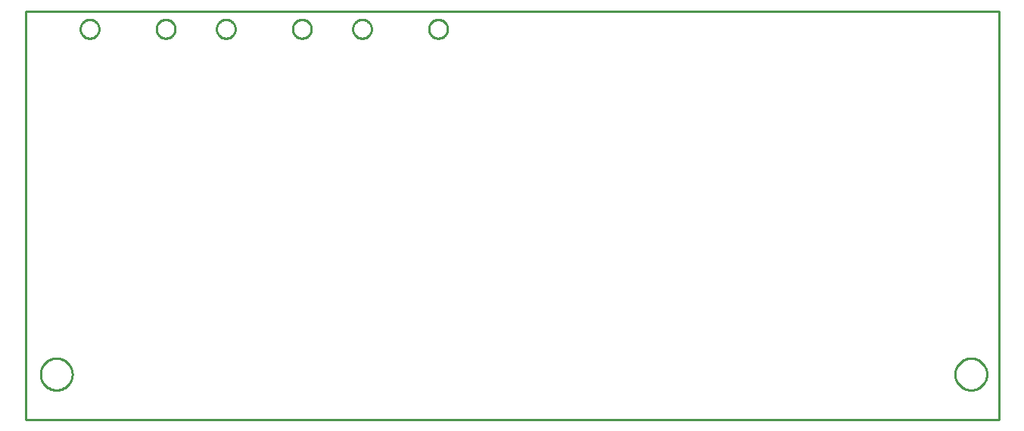
<source format=gko>
G04 EAGLE Gerber RS-274X export*
G75*
%MOMM*%
%FSLAX34Y34*%
%LPD*%
%INBoard Outline*%
%IPPOS*%
%AMOC8*
5,1,8,0,0,1.08239X$1,22.5*%
G01*
%ADD10C,0.000000*%
%ADD11C,0.254000*%


D10*
X0Y0D02*
X1088900Y0D01*
X1088900Y457100D01*
X0Y457100D01*
X0Y0D01*
X451100Y437400D02*
X451103Y437658D01*
X451113Y437915D01*
X451128Y438172D01*
X451151Y438429D01*
X451179Y438685D01*
X451214Y438941D01*
X451255Y439195D01*
X451302Y439448D01*
X451355Y439701D01*
X451415Y439951D01*
X451480Y440200D01*
X451552Y440448D01*
X451630Y440694D01*
X451714Y440937D01*
X451804Y441179D01*
X451899Y441418D01*
X452001Y441655D01*
X452108Y441889D01*
X452221Y442121D01*
X452340Y442350D01*
X452464Y442575D01*
X452594Y442798D01*
X452729Y443017D01*
X452870Y443233D01*
X453015Y443446D01*
X453166Y443655D01*
X453322Y443860D01*
X453483Y444061D01*
X453649Y444258D01*
X453820Y444451D01*
X453995Y444640D01*
X454175Y444825D01*
X454360Y445005D01*
X454549Y445180D01*
X454742Y445351D01*
X454939Y445517D01*
X455140Y445678D01*
X455345Y445834D01*
X455554Y445985D01*
X455767Y446130D01*
X455983Y446271D01*
X456202Y446406D01*
X456425Y446536D01*
X456650Y446660D01*
X456879Y446779D01*
X457111Y446892D01*
X457345Y446999D01*
X457582Y447101D01*
X457821Y447196D01*
X458063Y447286D01*
X458306Y447370D01*
X458552Y447448D01*
X458800Y447520D01*
X459049Y447585D01*
X459299Y447645D01*
X459552Y447698D01*
X459805Y447745D01*
X460059Y447786D01*
X460315Y447821D01*
X460571Y447849D01*
X460828Y447872D01*
X461085Y447887D01*
X461342Y447897D01*
X461600Y447900D01*
X461858Y447897D01*
X462115Y447887D01*
X462372Y447872D01*
X462629Y447849D01*
X462885Y447821D01*
X463141Y447786D01*
X463395Y447745D01*
X463648Y447698D01*
X463901Y447645D01*
X464151Y447585D01*
X464400Y447520D01*
X464648Y447448D01*
X464894Y447370D01*
X465137Y447286D01*
X465379Y447196D01*
X465618Y447101D01*
X465855Y446999D01*
X466089Y446892D01*
X466321Y446779D01*
X466550Y446660D01*
X466775Y446536D01*
X466998Y446406D01*
X467217Y446271D01*
X467433Y446130D01*
X467646Y445985D01*
X467855Y445834D01*
X468060Y445678D01*
X468261Y445517D01*
X468458Y445351D01*
X468651Y445180D01*
X468840Y445005D01*
X469025Y444825D01*
X469205Y444640D01*
X469380Y444451D01*
X469551Y444258D01*
X469717Y444061D01*
X469878Y443860D01*
X470034Y443655D01*
X470185Y443446D01*
X470330Y443233D01*
X470471Y443017D01*
X470606Y442798D01*
X470736Y442575D01*
X470860Y442350D01*
X470979Y442121D01*
X471092Y441889D01*
X471199Y441655D01*
X471301Y441418D01*
X471396Y441179D01*
X471486Y440937D01*
X471570Y440694D01*
X471648Y440448D01*
X471720Y440200D01*
X471785Y439951D01*
X471845Y439701D01*
X471898Y439448D01*
X471945Y439195D01*
X471986Y438941D01*
X472021Y438685D01*
X472049Y438429D01*
X472072Y438172D01*
X472087Y437915D01*
X472097Y437658D01*
X472100Y437400D01*
X472097Y437142D01*
X472087Y436885D01*
X472072Y436628D01*
X472049Y436371D01*
X472021Y436115D01*
X471986Y435859D01*
X471945Y435605D01*
X471898Y435352D01*
X471845Y435099D01*
X471785Y434849D01*
X471720Y434600D01*
X471648Y434352D01*
X471570Y434106D01*
X471486Y433863D01*
X471396Y433621D01*
X471301Y433382D01*
X471199Y433145D01*
X471092Y432911D01*
X470979Y432679D01*
X470860Y432450D01*
X470736Y432225D01*
X470606Y432002D01*
X470471Y431783D01*
X470330Y431567D01*
X470185Y431354D01*
X470034Y431145D01*
X469878Y430940D01*
X469717Y430739D01*
X469551Y430542D01*
X469380Y430349D01*
X469205Y430160D01*
X469025Y429975D01*
X468840Y429795D01*
X468651Y429620D01*
X468458Y429449D01*
X468261Y429283D01*
X468060Y429122D01*
X467855Y428966D01*
X467646Y428815D01*
X467433Y428670D01*
X467217Y428529D01*
X466998Y428394D01*
X466775Y428264D01*
X466550Y428140D01*
X466321Y428021D01*
X466089Y427908D01*
X465855Y427801D01*
X465618Y427699D01*
X465379Y427604D01*
X465137Y427514D01*
X464894Y427430D01*
X464648Y427352D01*
X464400Y427280D01*
X464151Y427215D01*
X463901Y427155D01*
X463648Y427102D01*
X463395Y427055D01*
X463141Y427014D01*
X462885Y426979D01*
X462629Y426951D01*
X462372Y426928D01*
X462115Y426913D01*
X461858Y426903D01*
X461600Y426900D01*
X461342Y426903D01*
X461085Y426913D01*
X460828Y426928D01*
X460571Y426951D01*
X460315Y426979D01*
X460059Y427014D01*
X459805Y427055D01*
X459552Y427102D01*
X459299Y427155D01*
X459049Y427215D01*
X458800Y427280D01*
X458552Y427352D01*
X458306Y427430D01*
X458063Y427514D01*
X457821Y427604D01*
X457582Y427699D01*
X457345Y427801D01*
X457111Y427908D01*
X456879Y428021D01*
X456650Y428140D01*
X456425Y428264D01*
X456202Y428394D01*
X455983Y428529D01*
X455767Y428670D01*
X455554Y428815D01*
X455345Y428966D01*
X455140Y429122D01*
X454939Y429283D01*
X454742Y429449D01*
X454549Y429620D01*
X454360Y429795D01*
X454175Y429975D01*
X453995Y430160D01*
X453820Y430349D01*
X453649Y430542D01*
X453483Y430739D01*
X453322Y430940D01*
X453166Y431145D01*
X453015Y431354D01*
X452870Y431567D01*
X452729Y431783D01*
X452594Y432002D01*
X452464Y432225D01*
X452340Y432450D01*
X452221Y432679D01*
X452108Y432911D01*
X452001Y433145D01*
X451899Y433382D01*
X451804Y433621D01*
X451714Y433863D01*
X451630Y434106D01*
X451552Y434352D01*
X451480Y434600D01*
X451415Y434849D01*
X451355Y435099D01*
X451302Y435352D01*
X451255Y435605D01*
X451214Y435859D01*
X451179Y436115D01*
X451151Y436371D01*
X451128Y436628D01*
X451113Y436885D01*
X451103Y437142D01*
X451100Y437400D01*
X366100Y437400D02*
X366103Y437658D01*
X366113Y437915D01*
X366128Y438172D01*
X366151Y438429D01*
X366179Y438685D01*
X366214Y438941D01*
X366255Y439195D01*
X366302Y439448D01*
X366355Y439701D01*
X366415Y439951D01*
X366480Y440200D01*
X366552Y440448D01*
X366630Y440694D01*
X366714Y440937D01*
X366804Y441179D01*
X366899Y441418D01*
X367001Y441655D01*
X367108Y441889D01*
X367221Y442121D01*
X367340Y442350D01*
X367464Y442575D01*
X367594Y442798D01*
X367729Y443017D01*
X367870Y443233D01*
X368015Y443446D01*
X368166Y443655D01*
X368322Y443860D01*
X368483Y444061D01*
X368649Y444258D01*
X368820Y444451D01*
X368995Y444640D01*
X369175Y444825D01*
X369360Y445005D01*
X369549Y445180D01*
X369742Y445351D01*
X369939Y445517D01*
X370140Y445678D01*
X370345Y445834D01*
X370554Y445985D01*
X370767Y446130D01*
X370983Y446271D01*
X371202Y446406D01*
X371425Y446536D01*
X371650Y446660D01*
X371879Y446779D01*
X372111Y446892D01*
X372345Y446999D01*
X372582Y447101D01*
X372821Y447196D01*
X373063Y447286D01*
X373306Y447370D01*
X373552Y447448D01*
X373800Y447520D01*
X374049Y447585D01*
X374299Y447645D01*
X374552Y447698D01*
X374805Y447745D01*
X375059Y447786D01*
X375315Y447821D01*
X375571Y447849D01*
X375828Y447872D01*
X376085Y447887D01*
X376342Y447897D01*
X376600Y447900D01*
X376858Y447897D01*
X377115Y447887D01*
X377372Y447872D01*
X377629Y447849D01*
X377885Y447821D01*
X378141Y447786D01*
X378395Y447745D01*
X378648Y447698D01*
X378901Y447645D01*
X379151Y447585D01*
X379400Y447520D01*
X379648Y447448D01*
X379894Y447370D01*
X380137Y447286D01*
X380379Y447196D01*
X380618Y447101D01*
X380855Y446999D01*
X381089Y446892D01*
X381321Y446779D01*
X381550Y446660D01*
X381775Y446536D01*
X381998Y446406D01*
X382217Y446271D01*
X382433Y446130D01*
X382646Y445985D01*
X382855Y445834D01*
X383060Y445678D01*
X383261Y445517D01*
X383458Y445351D01*
X383651Y445180D01*
X383840Y445005D01*
X384025Y444825D01*
X384205Y444640D01*
X384380Y444451D01*
X384551Y444258D01*
X384717Y444061D01*
X384878Y443860D01*
X385034Y443655D01*
X385185Y443446D01*
X385330Y443233D01*
X385471Y443017D01*
X385606Y442798D01*
X385736Y442575D01*
X385860Y442350D01*
X385979Y442121D01*
X386092Y441889D01*
X386199Y441655D01*
X386301Y441418D01*
X386396Y441179D01*
X386486Y440937D01*
X386570Y440694D01*
X386648Y440448D01*
X386720Y440200D01*
X386785Y439951D01*
X386845Y439701D01*
X386898Y439448D01*
X386945Y439195D01*
X386986Y438941D01*
X387021Y438685D01*
X387049Y438429D01*
X387072Y438172D01*
X387087Y437915D01*
X387097Y437658D01*
X387100Y437400D01*
X387097Y437142D01*
X387087Y436885D01*
X387072Y436628D01*
X387049Y436371D01*
X387021Y436115D01*
X386986Y435859D01*
X386945Y435605D01*
X386898Y435352D01*
X386845Y435099D01*
X386785Y434849D01*
X386720Y434600D01*
X386648Y434352D01*
X386570Y434106D01*
X386486Y433863D01*
X386396Y433621D01*
X386301Y433382D01*
X386199Y433145D01*
X386092Y432911D01*
X385979Y432679D01*
X385860Y432450D01*
X385736Y432225D01*
X385606Y432002D01*
X385471Y431783D01*
X385330Y431567D01*
X385185Y431354D01*
X385034Y431145D01*
X384878Y430940D01*
X384717Y430739D01*
X384551Y430542D01*
X384380Y430349D01*
X384205Y430160D01*
X384025Y429975D01*
X383840Y429795D01*
X383651Y429620D01*
X383458Y429449D01*
X383261Y429283D01*
X383060Y429122D01*
X382855Y428966D01*
X382646Y428815D01*
X382433Y428670D01*
X382217Y428529D01*
X381998Y428394D01*
X381775Y428264D01*
X381550Y428140D01*
X381321Y428021D01*
X381089Y427908D01*
X380855Y427801D01*
X380618Y427699D01*
X380379Y427604D01*
X380137Y427514D01*
X379894Y427430D01*
X379648Y427352D01*
X379400Y427280D01*
X379151Y427215D01*
X378901Y427155D01*
X378648Y427102D01*
X378395Y427055D01*
X378141Y427014D01*
X377885Y426979D01*
X377629Y426951D01*
X377372Y426928D01*
X377115Y426913D01*
X376858Y426903D01*
X376600Y426900D01*
X376342Y426903D01*
X376085Y426913D01*
X375828Y426928D01*
X375571Y426951D01*
X375315Y426979D01*
X375059Y427014D01*
X374805Y427055D01*
X374552Y427102D01*
X374299Y427155D01*
X374049Y427215D01*
X373800Y427280D01*
X373552Y427352D01*
X373306Y427430D01*
X373063Y427514D01*
X372821Y427604D01*
X372582Y427699D01*
X372345Y427801D01*
X372111Y427908D01*
X371879Y428021D01*
X371650Y428140D01*
X371425Y428264D01*
X371202Y428394D01*
X370983Y428529D01*
X370767Y428670D01*
X370554Y428815D01*
X370345Y428966D01*
X370140Y429122D01*
X369939Y429283D01*
X369742Y429449D01*
X369549Y429620D01*
X369360Y429795D01*
X369175Y429975D01*
X368995Y430160D01*
X368820Y430349D01*
X368649Y430542D01*
X368483Y430739D01*
X368322Y430940D01*
X368166Y431145D01*
X368015Y431354D01*
X367870Y431567D01*
X367729Y431783D01*
X367594Y432002D01*
X367464Y432225D01*
X367340Y432450D01*
X367221Y432679D01*
X367108Y432911D01*
X367001Y433145D01*
X366899Y433382D01*
X366804Y433621D01*
X366714Y433863D01*
X366630Y434106D01*
X366552Y434352D01*
X366480Y434600D01*
X366415Y434849D01*
X366355Y435099D01*
X366302Y435352D01*
X366255Y435605D01*
X366214Y435859D01*
X366179Y436115D01*
X366151Y436371D01*
X366128Y436628D01*
X366113Y436885D01*
X366103Y437142D01*
X366100Y437400D01*
X298700Y437400D02*
X298703Y437658D01*
X298713Y437915D01*
X298728Y438172D01*
X298751Y438429D01*
X298779Y438685D01*
X298814Y438941D01*
X298855Y439195D01*
X298902Y439448D01*
X298955Y439701D01*
X299015Y439951D01*
X299080Y440200D01*
X299152Y440448D01*
X299230Y440694D01*
X299314Y440937D01*
X299404Y441179D01*
X299499Y441418D01*
X299601Y441655D01*
X299708Y441889D01*
X299821Y442121D01*
X299940Y442350D01*
X300064Y442575D01*
X300194Y442798D01*
X300329Y443017D01*
X300470Y443233D01*
X300615Y443446D01*
X300766Y443655D01*
X300922Y443860D01*
X301083Y444061D01*
X301249Y444258D01*
X301420Y444451D01*
X301595Y444640D01*
X301775Y444825D01*
X301960Y445005D01*
X302149Y445180D01*
X302342Y445351D01*
X302539Y445517D01*
X302740Y445678D01*
X302945Y445834D01*
X303154Y445985D01*
X303367Y446130D01*
X303583Y446271D01*
X303802Y446406D01*
X304025Y446536D01*
X304250Y446660D01*
X304479Y446779D01*
X304711Y446892D01*
X304945Y446999D01*
X305182Y447101D01*
X305421Y447196D01*
X305663Y447286D01*
X305906Y447370D01*
X306152Y447448D01*
X306400Y447520D01*
X306649Y447585D01*
X306899Y447645D01*
X307152Y447698D01*
X307405Y447745D01*
X307659Y447786D01*
X307915Y447821D01*
X308171Y447849D01*
X308428Y447872D01*
X308685Y447887D01*
X308942Y447897D01*
X309200Y447900D01*
X309458Y447897D01*
X309715Y447887D01*
X309972Y447872D01*
X310229Y447849D01*
X310485Y447821D01*
X310741Y447786D01*
X310995Y447745D01*
X311248Y447698D01*
X311501Y447645D01*
X311751Y447585D01*
X312000Y447520D01*
X312248Y447448D01*
X312494Y447370D01*
X312737Y447286D01*
X312979Y447196D01*
X313218Y447101D01*
X313455Y446999D01*
X313689Y446892D01*
X313921Y446779D01*
X314150Y446660D01*
X314375Y446536D01*
X314598Y446406D01*
X314817Y446271D01*
X315033Y446130D01*
X315246Y445985D01*
X315455Y445834D01*
X315660Y445678D01*
X315861Y445517D01*
X316058Y445351D01*
X316251Y445180D01*
X316440Y445005D01*
X316625Y444825D01*
X316805Y444640D01*
X316980Y444451D01*
X317151Y444258D01*
X317317Y444061D01*
X317478Y443860D01*
X317634Y443655D01*
X317785Y443446D01*
X317930Y443233D01*
X318071Y443017D01*
X318206Y442798D01*
X318336Y442575D01*
X318460Y442350D01*
X318579Y442121D01*
X318692Y441889D01*
X318799Y441655D01*
X318901Y441418D01*
X318996Y441179D01*
X319086Y440937D01*
X319170Y440694D01*
X319248Y440448D01*
X319320Y440200D01*
X319385Y439951D01*
X319445Y439701D01*
X319498Y439448D01*
X319545Y439195D01*
X319586Y438941D01*
X319621Y438685D01*
X319649Y438429D01*
X319672Y438172D01*
X319687Y437915D01*
X319697Y437658D01*
X319700Y437400D01*
X319697Y437142D01*
X319687Y436885D01*
X319672Y436628D01*
X319649Y436371D01*
X319621Y436115D01*
X319586Y435859D01*
X319545Y435605D01*
X319498Y435352D01*
X319445Y435099D01*
X319385Y434849D01*
X319320Y434600D01*
X319248Y434352D01*
X319170Y434106D01*
X319086Y433863D01*
X318996Y433621D01*
X318901Y433382D01*
X318799Y433145D01*
X318692Y432911D01*
X318579Y432679D01*
X318460Y432450D01*
X318336Y432225D01*
X318206Y432002D01*
X318071Y431783D01*
X317930Y431567D01*
X317785Y431354D01*
X317634Y431145D01*
X317478Y430940D01*
X317317Y430739D01*
X317151Y430542D01*
X316980Y430349D01*
X316805Y430160D01*
X316625Y429975D01*
X316440Y429795D01*
X316251Y429620D01*
X316058Y429449D01*
X315861Y429283D01*
X315660Y429122D01*
X315455Y428966D01*
X315246Y428815D01*
X315033Y428670D01*
X314817Y428529D01*
X314598Y428394D01*
X314375Y428264D01*
X314150Y428140D01*
X313921Y428021D01*
X313689Y427908D01*
X313455Y427801D01*
X313218Y427699D01*
X312979Y427604D01*
X312737Y427514D01*
X312494Y427430D01*
X312248Y427352D01*
X312000Y427280D01*
X311751Y427215D01*
X311501Y427155D01*
X311248Y427102D01*
X310995Y427055D01*
X310741Y427014D01*
X310485Y426979D01*
X310229Y426951D01*
X309972Y426928D01*
X309715Y426913D01*
X309458Y426903D01*
X309200Y426900D01*
X308942Y426903D01*
X308685Y426913D01*
X308428Y426928D01*
X308171Y426951D01*
X307915Y426979D01*
X307659Y427014D01*
X307405Y427055D01*
X307152Y427102D01*
X306899Y427155D01*
X306649Y427215D01*
X306400Y427280D01*
X306152Y427352D01*
X305906Y427430D01*
X305663Y427514D01*
X305421Y427604D01*
X305182Y427699D01*
X304945Y427801D01*
X304711Y427908D01*
X304479Y428021D01*
X304250Y428140D01*
X304025Y428264D01*
X303802Y428394D01*
X303583Y428529D01*
X303367Y428670D01*
X303154Y428815D01*
X302945Y428966D01*
X302740Y429122D01*
X302539Y429283D01*
X302342Y429449D01*
X302149Y429620D01*
X301960Y429795D01*
X301775Y429975D01*
X301595Y430160D01*
X301420Y430349D01*
X301249Y430542D01*
X301083Y430739D01*
X300922Y430940D01*
X300766Y431145D01*
X300615Y431354D01*
X300470Y431567D01*
X300329Y431783D01*
X300194Y432002D01*
X300064Y432225D01*
X299940Y432450D01*
X299821Y432679D01*
X299708Y432911D01*
X299601Y433145D01*
X299499Y433382D01*
X299404Y433621D01*
X299314Y433863D01*
X299230Y434106D01*
X299152Y434352D01*
X299080Y434600D01*
X299015Y434849D01*
X298955Y435099D01*
X298902Y435352D01*
X298855Y435605D01*
X298814Y435859D01*
X298779Y436115D01*
X298751Y436371D01*
X298728Y436628D01*
X298713Y436885D01*
X298703Y437142D01*
X298700Y437400D01*
X213700Y437400D02*
X213703Y437658D01*
X213713Y437915D01*
X213728Y438172D01*
X213751Y438429D01*
X213779Y438685D01*
X213814Y438941D01*
X213855Y439195D01*
X213902Y439448D01*
X213955Y439701D01*
X214015Y439951D01*
X214080Y440200D01*
X214152Y440448D01*
X214230Y440694D01*
X214314Y440937D01*
X214404Y441179D01*
X214499Y441418D01*
X214601Y441655D01*
X214708Y441889D01*
X214821Y442121D01*
X214940Y442350D01*
X215064Y442575D01*
X215194Y442798D01*
X215329Y443017D01*
X215470Y443233D01*
X215615Y443446D01*
X215766Y443655D01*
X215922Y443860D01*
X216083Y444061D01*
X216249Y444258D01*
X216420Y444451D01*
X216595Y444640D01*
X216775Y444825D01*
X216960Y445005D01*
X217149Y445180D01*
X217342Y445351D01*
X217539Y445517D01*
X217740Y445678D01*
X217945Y445834D01*
X218154Y445985D01*
X218367Y446130D01*
X218583Y446271D01*
X218802Y446406D01*
X219025Y446536D01*
X219250Y446660D01*
X219479Y446779D01*
X219711Y446892D01*
X219945Y446999D01*
X220182Y447101D01*
X220421Y447196D01*
X220663Y447286D01*
X220906Y447370D01*
X221152Y447448D01*
X221400Y447520D01*
X221649Y447585D01*
X221899Y447645D01*
X222152Y447698D01*
X222405Y447745D01*
X222659Y447786D01*
X222915Y447821D01*
X223171Y447849D01*
X223428Y447872D01*
X223685Y447887D01*
X223942Y447897D01*
X224200Y447900D01*
X224458Y447897D01*
X224715Y447887D01*
X224972Y447872D01*
X225229Y447849D01*
X225485Y447821D01*
X225741Y447786D01*
X225995Y447745D01*
X226248Y447698D01*
X226501Y447645D01*
X226751Y447585D01*
X227000Y447520D01*
X227248Y447448D01*
X227494Y447370D01*
X227737Y447286D01*
X227979Y447196D01*
X228218Y447101D01*
X228455Y446999D01*
X228689Y446892D01*
X228921Y446779D01*
X229150Y446660D01*
X229375Y446536D01*
X229598Y446406D01*
X229817Y446271D01*
X230033Y446130D01*
X230246Y445985D01*
X230455Y445834D01*
X230660Y445678D01*
X230861Y445517D01*
X231058Y445351D01*
X231251Y445180D01*
X231440Y445005D01*
X231625Y444825D01*
X231805Y444640D01*
X231980Y444451D01*
X232151Y444258D01*
X232317Y444061D01*
X232478Y443860D01*
X232634Y443655D01*
X232785Y443446D01*
X232930Y443233D01*
X233071Y443017D01*
X233206Y442798D01*
X233336Y442575D01*
X233460Y442350D01*
X233579Y442121D01*
X233692Y441889D01*
X233799Y441655D01*
X233901Y441418D01*
X233996Y441179D01*
X234086Y440937D01*
X234170Y440694D01*
X234248Y440448D01*
X234320Y440200D01*
X234385Y439951D01*
X234445Y439701D01*
X234498Y439448D01*
X234545Y439195D01*
X234586Y438941D01*
X234621Y438685D01*
X234649Y438429D01*
X234672Y438172D01*
X234687Y437915D01*
X234697Y437658D01*
X234700Y437400D01*
X234697Y437142D01*
X234687Y436885D01*
X234672Y436628D01*
X234649Y436371D01*
X234621Y436115D01*
X234586Y435859D01*
X234545Y435605D01*
X234498Y435352D01*
X234445Y435099D01*
X234385Y434849D01*
X234320Y434600D01*
X234248Y434352D01*
X234170Y434106D01*
X234086Y433863D01*
X233996Y433621D01*
X233901Y433382D01*
X233799Y433145D01*
X233692Y432911D01*
X233579Y432679D01*
X233460Y432450D01*
X233336Y432225D01*
X233206Y432002D01*
X233071Y431783D01*
X232930Y431567D01*
X232785Y431354D01*
X232634Y431145D01*
X232478Y430940D01*
X232317Y430739D01*
X232151Y430542D01*
X231980Y430349D01*
X231805Y430160D01*
X231625Y429975D01*
X231440Y429795D01*
X231251Y429620D01*
X231058Y429449D01*
X230861Y429283D01*
X230660Y429122D01*
X230455Y428966D01*
X230246Y428815D01*
X230033Y428670D01*
X229817Y428529D01*
X229598Y428394D01*
X229375Y428264D01*
X229150Y428140D01*
X228921Y428021D01*
X228689Y427908D01*
X228455Y427801D01*
X228218Y427699D01*
X227979Y427604D01*
X227737Y427514D01*
X227494Y427430D01*
X227248Y427352D01*
X227000Y427280D01*
X226751Y427215D01*
X226501Y427155D01*
X226248Y427102D01*
X225995Y427055D01*
X225741Y427014D01*
X225485Y426979D01*
X225229Y426951D01*
X224972Y426928D01*
X224715Y426913D01*
X224458Y426903D01*
X224200Y426900D01*
X223942Y426903D01*
X223685Y426913D01*
X223428Y426928D01*
X223171Y426951D01*
X222915Y426979D01*
X222659Y427014D01*
X222405Y427055D01*
X222152Y427102D01*
X221899Y427155D01*
X221649Y427215D01*
X221400Y427280D01*
X221152Y427352D01*
X220906Y427430D01*
X220663Y427514D01*
X220421Y427604D01*
X220182Y427699D01*
X219945Y427801D01*
X219711Y427908D01*
X219479Y428021D01*
X219250Y428140D01*
X219025Y428264D01*
X218802Y428394D01*
X218583Y428529D01*
X218367Y428670D01*
X218154Y428815D01*
X217945Y428966D01*
X217740Y429122D01*
X217539Y429283D01*
X217342Y429449D01*
X217149Y429620D01*
X216960Y429795D01*
X216775Y429975D01*
X216595Y430160D01*
X216420Y430349D01*
X216249Y430542D01*
X216083Y430739D01*
X215922Y430940D01*
X215766Y431145D01*
X215615Y431354D01*
X215470Y431567D01*
X215329Y431783D01*
X215194Y432002D01*
X215064Y432225D01*
X214940Y432450D01*
X214821Y432679D01*
X214708Y432911D01*
X214601Y433145D01*
X214499Y433382D01*
X214404Y433621D01*
X214314Y433863D01*
X214230Y434106D01*
X214152Y434352D01*
X214080Y434600D01*
X214015Y434849D01*
X213955Y435099D01*
X213902Y435352D01*
X213855Y435605D01*
X213814Y435859D01*
X213779Y436115D01*
X213751Y436371D01*
X213728Y436628D01*
X213713Y436885D01*
X213703Y437142D01*
X213700Y437400D01*
X146300Y437400D02*
X146303Y437658D01*
X146313Y437915D01*
X146328Y438172D01*
X146351Y438429D01*
X146379Y438685D01*
X146414Y438941D01*
X146455Y439195D01*
X146502Y439448D01*
X146555Y439701D01*
X146615Y439951D01*
X146680Y440200D01*
X146752Y440448D01*
X146830Y440694D01*
X146914Y440937D01*
X147004Y441179D01*
X147099Y441418D01*
X147201Y441655D01*
X147308Y441889D01*
X147421Y442121D01*
X147540Y442350D01*
X147664Y442575D01*
X147794Y442798D01*
X147929Y443017D01*
X148070Y443233D01*
X148215Y443446D01*
X148366Y443655D01*
X148522Y443860D01*
X148683Y444061D01*
X148849Y444258D01*
X149020Y444451D01*
X149195Y444640D01*
X149375Y444825D01*
X149560Y445005D01*
X149749Y445180D01*
X149942Y445351D01*
X150139Y445517D01*
X150340Y445678D01*
X150545Y445834D01*
X150754Y445985D01*
X150967Y446130D01*
X151183Y446271D01*
X151402Y446406D01*
X151625Y446536D01*
X151850Y446660D01*
X152079Y446779D01*
X152311Y446892D01*
X152545Y446999D01*
X152782Y447101D01*
X153021Y447196D01*
X153263Y447286D01*
X153506Y447370D01*
X153752Y447448D01*
X154000Y447520D01*
X154249Y447585D01*
X154499Y447645D01*
X154752Y447698D01*
X155005Y447745D01*
X155259Y447786D01*
X155515Y447821D01*
X155771Y447849D01*
X156028Y447872D01*
X156285Y447887D01*
X156542Y447897D01*
X156800Y447900D01*
X157058Y447897D01*
X157315Y447887D01*
X157572Y447872D01*
X157829Y447849D01*
X158085Y447821D01*
X158341Y447786D01*
X158595Y447745D01*
X158848Y447698D01*
X159101Y447645D01*
X159351Y447585D01*
X159600Y447520D01*
X159848Y447448D01*
X160094Y447370D01*
X160337Y447286D01*
X160579Y447196D01*
X160818Y447101D01*
X161055Y446999D01*
X161289Y446892D01*
X161521Y446779D01*
X161750Y446660D01*
X161975Y446536D01*
X162198Y446406D01*
X162417Y446271D01*
X162633Y446130D01*
X162846Y445985D01*
X163055Y445834D01*
X163260Y445678D01*
X163461Y445517D01*
X163658Y445351D01*
X163851Y445180D01*
X164040Y445005D01*
X164225Y444825D01*
X164405Y444640D01*
X164580Y444451D01*
X164751Y444258D01*
X164917Y444061D01*
X165078Y443860D01*
X165234Y443655D01*
X165385Y443446D01*
X165530Y443233D01*
X165671Y443017D01*
X165806Y442798D01*
X165936Y442575D01*
X166060Y442350D01*
X166179Y442121D01*
X166292Y441889D01*
X166399Y441655D01*
X166501Y441418D01*
X166596Y441179D01*
X166686Y440937D01*
X166770Y440694D01*
X166848Y440448D01*
X166920Y440200D01*
X166985Y439951D01*
X167045Y439701D01*
X167098Y439448D01*
X167145Y439195D01*
X167186Y438941D01*
X167221Y438685D01*
X167249Y438429D01*
X167272Y438172D01*
X167287Y437915D01*
X167297Y437658D01*
X167300Y437400D01*
X167297Y437142D01*
X167287Y436885D01*
X167272Y436628D01*
X167249Y436371D01*
X167221Y436115D01*
X167186Y435859D01*
X167145Y435605D01*
X167098Y435352D01*
X167045Y435099D01*
X166985Y434849D01*
X166920Y434600D01*
X166848Y434352D01*
X166770Y434106D01*
X166686Y433863D01*
X166596Y433621D01*
X166501Y433382D01*
X166399Y433145D01*
X166292Y432911D01*
X166179Y432679D01*
X166060Y432450D01*
X165936Y432225D01*
X165806Y432002D01*
X165671Y431783D01*
X165530Y431567D01*
X165385Y431354D01*
X165234Y431145D01*
X165078Y430940D01*
X164917Y430739D01*
X164751Y430542D01*
X164580Y430349D01*
X164405Y430160D01*
X164225Y429975D01*
X164040Y429795D01*
X163851Y429620D01*
X163658Y429449D01*
X163461Y429283D01*
X163260Y429122D01*
X163055Y428966D01*
X162846Y428815D01*
X162633Y428670D01*
X162417Y428529D01*
X162198Y428394D01*
X161975Y428264D01*
X161750Y428140D01*
X161521Y428021D01*
X161289Y427908D01*
X161055Y427801D01*
X160818Y427699D01*
X160579Y427604D01*
X160337Y427514D01*
X160094Y427430D01*
X159848Y427352D01*
X159600Y427280D01*
X159351Y427215D01*
X159101Y427155D01*
X158848Y427102D01*
X158595Y427055D01*
X158341Y427014D01*
X158085Y426979D01*
X157829Y426951D01*
X157572Y426928D01*
X157315Y426913D01*
X157058Y426903D01*
X156800Y426900D01*
X156542Y426903D01*
X156285Y426913D01*
X156028Y426928D01*
X155771Y426951D01*
X155515Y426979D01*
X155259Y427014D01*
X155005Y427055D01*
X154752Y427102D01*
X154499Y427155D01*
X154249Y427215D01*
X154000Y427280D01*
X153752Y427352D01*
X153506Y427430D01*
X153263Y427514D01*
X153021Y427604D01*
X152782Y427699D01*
X152545Y427801D01*
X152311Y427908D01*
X152079Y428021D01*
X151850Y428140D01*
X151625Y428264D01*
X151402Y428394D01*
X151183Y428529D01*
X150967Y428670D01*
X150754Y428815D01*
X150545Y428966D01*
X150340Y429122D01*
X150139Y429283D01*
X149942Y429449D01*
X149749Y429620D01*
X149560Y429795D01*
X149375Y429975D01*
X149195Y430160D01*
X149020Y430349D01*
X148849Y430542D01*
X148683Y430739D01*
X148522Y430940D01*
X148366Y431145D01*
X148215Y431354D01*
X148070Y431567D01*
X147929Y431783D01*
X147794Y432002D01*
X147664Y432225D01*
X147540Y432450D01*
X147421Y432679D01*
X147308Y432911D01*
X147201Y433145D01*
X147099Y433382D01*
X147004Y433621D01*
X146914Y433863D01*
X146830Y434106D01*
X146752Y434352D01*
X146680Y434600D01*
X146615Y434849D01*
X146555Y435099D01*
X146502Y435352D01*
X146455Y435605D01*
X146414Y435859D01*
X146379Y436115D01*
X146351Y436371D01*
X146328Y436628D01*
X146313Y436885D01*
X146303Y437142D01*
X146300Y437400D01*
X61300Y437400D02*
X61303Y437658D01*
X61313Y437915D01*
X61328Y438172D01*
X61351Y438429D01*
X61379Y438685D01*
X61414Y438941D01*
X61455Y439195D01*
X61502Y439448D01*
X61555Y439701D01*
X61615Y439951D01*
X61680Y440200D01*
X61752Y440448D01*
X61830Y440694D01*
X61914Y440937D01*
X62004Y441179D01*
X62099Y441418D01*
X62201Y441655D01*
X62308Y441889D01*
X62421Y442121D01*
X62540Y442350D01*
X62664Y442575D01*
X62794Y442798D01*
X62929Y443017D01*
X63070Y443233D01*
X63215Y443446D01*
X63366Y443655D01*
X63522Y443860D01*
X63683Y444061D01*
X63849Y444258D01*
X64020Y444451D01*
X64195Y444640D01*
X64375Y444825D01*
X64560Y445005D01*
X64749Y445180D01*
X64942Y445351D01*
X65139Y445517D01*
X65340Y445678D01*
X65545Y445834D01*
X65754Y445985D01*
X65967Y446130D01*
X66183Y446271D01*
X66402Y446406D01*
X66625Y446536D01*
X66850Y446660D01*
X67079Y446779D01*
X67311Y446892D01*
X67545Y446999D01*
X67782Y447101D01*
X68021Y447196D01*
X68263Y447286D01*
X68506Y447370D01*
X68752Y447448D01*
X69000Y447520D01*
X69249Y447585D01*
X69499Y447645D01*
X69752Y447698D01*
X70005Y447745D01*
X70259Y447786D01*
X70515Y447821D01*
X70771Y447849D01*
X71028Y447872D01*
X71285Y447887D01*
X71542Y447897D01*
X71800Y447900D01*
X72058Y447897D01*
X72315Y447887D01*
X72572Y447872D01*
X72829Y447849D01*
X73085Y447821D01*
X73341Y447786D01*
X73595Y447745D01*
X73848Y447698D01*
X74101Y447645D01*
X74351Y447585D01*
X74600Y447520D01*
X74848Y447448D01*
X75094Y447370D01*
X75337Y447286D01*
X75579Y447196D01*
X75818Y447101D01*
X76055Y446999D01*
X76289Y446892D01*
X76521Y446779D01*
X76750Y446660D01*
X76975Y446536D01*
X77198Y446406D01*
X77417Y446271D01*
X77633Y446130D01*
X77846Y445985D01*
X78055Y445834D01*
X78260Y445678D01*
X78461Y445517D01*
X78658Y445351D01*
X78851Y445180D01*
X79040Y445005D01*
X79225Y444825D01*
X79405Y444640D01*
X79580Y444451D01*
X79751Y444258D01*
X79917Y444061D01*
X80078Y443860D01*
X80234Y443655D01*
X80385Y443446D01*
X80530Y443233D01*
X80671Y443017D01*
X80806Y442798D01*
X80936Y442575D01*
X81060Y442350D01*
X81179Y442121D01*
X81292Y441889D01*
X81399Y441655D01*
X81501Y441418D01*
X81596Y441179D01*
X81686Y440937D01*
X81770Y440694D01*
X81848Y440448D01*
X81920Y440200D01*
X81985Y439951D01*
X82045Y439701D01*
X82098Y439448D01*
X82145Y439195D01*
X82186Y438941D01*
X82221Y438685D01*
X82249Y438429D01*
X82272Y438172D01*
X82287Y437915D01*
X82297Y437658D01*
X82300Y437400D01*
X82297Y437142D01*
X82287Y436885D01*
X82272Y436628D01*
X82249Y436371D01*
X82221Y436115D01*
X82186Y435859D01*
X82145Y435605D01*
X82098Y435352D01*
X82045Y435099D01*
X81985Y434849D01*
X81920Y434600D01*
X81848Y434352D01*
X81770Y434106D01*
X81686Y433863D01*
X81596Y433621D01*
X81501Y433382D01*
X81399Y433145D01*
X81292Y432911D01*
X81179Y432679D01*
X81060Y432450D01*
X80936Y432225D01*
X80806Y432002D01*
X80671Y431783D01*
X80530Y431567D01*
X80385Y431354D01*
X80234Y431145D01*
X80078Y430940D01*
X79917Y430739D01*
X79751Y430542D01*
X79580Y430349D01*
X79405Y430160D01*
X79225Y429975D01*
X79040Y429795D01*
X78851Y429620D01*
X78658Y429449D01*
X78461Y429283D01*
X78260Y429122D01*
X78055Y428966D01*
X77846Y428815D01*
X77633Y428670D01*
X77417Y428529D01*
X77198Y428394D01*
X76975Y428264D01*
X76750Y428140D01*
X76521Y428021D01*
X76289Y427908D01*
X76055Y427801D01*
X75818Y427699D01*
X75579Y427604D01*
X75337Y427514D01*
X75094Y427430D01*
X74848Y427352D01*
X74600Y427280D01*
X74351Y427215D01*
X74101Y427155D01*
X73848Y427102D01*
X73595Y427055D01*
X73341Y427014D01*
X73085Y426979D01*
X72829Y426951D01*
X72572Y426928D01*
X72315Y426913D01*
X72058Y426903D01*
X71800Y426900D01*
X71542Y426903D01*
X71285Y426913D01*
X71028Y426928D01*
X70771Y426951D01*
X70515Y426979D01*
X70259Y427014D01*
X70005Y427055D01*
X69752Y427102D01*
X69499Y427155D01*
X69249Y427215D01*
X69000Y427280D01*
X68752Y427352D01*
X68506Y427430D01*
X68263Y427514D01*
X68021Y427604D01*
X67782Y427699D01*
X67545Y427801D01*
X67311Y427908D01*
X67079Y428021D01*
X66850Y428140D01*
X66625Y428264D01*
X66402Y428394D01*
X66183Y428529D01*
X65967Y428670D01*
X65754Y428815D01*
X65545Y428966D01*
X65340Y429122D01*
X65139Y429283D01*
X64942Y429449D01*
X64749Y429620D01*
X64560Y429795D01*
X64375Y429975D01*
X64195Y430160D01*
X64020Y430349D01*
X63849Y430542D01*
X63683Y430739D01*
X63522Y430940D01*
X63366Y431145D01*
X63215Y431354D01*
X63070Y431567D01*
X62929Y431783D01*
X62794Y432002D01*
X62664Y432225D01*
X62540Y432450D01*
X62421Y432679D01*
X62308Y432911D01*
X62201Y433145D01*
X62099Y433382D01*
X62004Y433621D01*
X61914Y433863D01*
X61830Y434106D01*
X61752Y434352D01*
X61680Y434600D01*
X61615Y434849D01*
X61555Y435099D01*
X61502Y435352D01*
X61455Y435605D01*
X61414Y435859D01*
X61379Y436115D01*
X61351Y436371D01*
X61328Y436628D01*
X61313Y436885D01*
X61303Y437142D01*
X61300Y437400D01*
X16764Y50800D02*
X16769Y51236D01*
X16785Y51672D01*
X16812Y52108D01*
X16850Y52543D01*
X16898Y52976D01*
X16956Y53409D01*
X17026Y53840D01*
X17106Y54269D01*
X17196Y54696D01*
X17297Y55120D01*
X17408Y55542D01*
X17530Y55961D01*
X17661Y56377D01*
X17803Y56790D01*
X17955Y57199D01*
X18117Y57604D01*
X18289Y58005D01*
X18471Y58402D01*
X18662Y58794D01*
X18863Y59181D01*
X19074Y59564D01*
X19294Y59941D01*
X19523Y60312D01*
X19760Y60678D01*
X20007Y61038D01*
X20263Y61392D01*
X20527Y61739D01*
X20800Y62080D01*
X21081Y62413D01*
X21370Y62740D01*
X21667Y63060D01*
X21972Y63372D01*
X22284Y63677D01*
X22604Y63974D01*
X22931Y64263D01*
X23264Y64544D01*
X23605Y64817D01*
X23952Y65081D01*
X24306Y65337D01*
X24666Y65584D01*
X25032Y65821D01*
X25403Y66050D01*
X25780Y66270D01*
X26163Y66481D01*
X26550Y66682D01*
X26942Y66873D01*
X27339Y67055D01*
X27740Y67227D01*
X28145Y67389D01*
X28554Y67541D01*
X28967Y67683D01*
X29383Y67814D01*
X29802Y67936D01*
X30224Y68047D01*
X30648Y68148D01*
X31075Y68238D01*
X31504Y68318D01*
X31935Y68388D01*
X32368Y68446D01*
X32801Y68494D01*
X33236Y68532D01*
X33672Y68559D01*
X34108Y68575D01*
X34544Y68580D01*
X34980Y68575D01*
X35416Y68559D01*
X35852Y68532D01*
X36287Y68494D01*
X36720Y68446D01*
X37153Y68388D01*
X37584Y68318D01*
X38013Y68238D01*
X38440Y68148D01*
X38864Y68047D01*
X39286Y67936D01*
X39705Y67814D01*
X40121Y67683D01*
X40534Y67541D01*
X40943Y67389D01*
X41348Y67227D01*
X41749Y67055D01*
X42146Y66873D01*
X42538Y66682D01*
X42925Y66481D01*
X43308Y66270D01*
X43685Y66050D01*
X44056Y65821D01*
X44422Y65584D01*
X44782Y65337D01*
X45136Y65081D01*
X45483Y64817D01*
X45824Y64544D01*
X46157Y64263D01*
X46484Y63974D01*
X46804Y63677D01*
X47116Y63372D01*
X47421Y63060D01*
X47718Y62740D01*
X48007Y62413D01*
X48288Y62080D01*
X48561Y61739D01*
X48825Y61392D01*
X49081Y61038D01*
X49328Y60678D01*
X49565Y60312D01*
X49794Y59941D01*
X50014Y59564D01*
X50225Y59181D01*
X50426Y58794D01*
X50617Y58402D01*
X50799Y58005D01*
X50971Y57604D01*
X51133Y57199D01*
X51285Y56790D01*
X51427Y56377D01*
X51558Y55961D01*
X51680Y55542D01*
X51791Y55120D01*
X51892Y54696D01*
X51982Y54269D01*
X52062Y53840D01*
X52132Y53409D01*
X52190Y52976D01*
X52238Y52543D01*
X52276Y52108D01*
X52303Y51672D01*
X52319Y51236D01*
X52324Y50800D01*
X52319Y50364D01*
X52303Y49928D01*
X52276Y49492D01*
X52238Y49057D01*
X52190Y48624D01*
X52132Y48191D01*
X52062Y47760D01*
X51982Y47331D01*
X51892Y46904D01*
X51791Y46480D01*
X51680Y46058D01*
X51558Y45639D01*
X51427Y45223D01*
X51285Y44810D01*
X51133Y44401D01*
X50971Y43996D01*
X50799Y43595D01*
X50617Y43198D01*
X50426Y42806D01*
X50225Y42419D01*
X50014Y42036D01*
X49794Y41659D01*
X49565Y41288D01*
X49328Y40922D01*
X49081Y40562D01*
X48825Y40208D01*
X48561Y39861D01*
X48288Y39520D01*
X48007Y39187D01*
X47718Y38860D01*
X47421Y38540D01*
X47116Y38228D01*
X46804Y37923D01*
X46484Y37626D01*
X46157Y37337D01*
X45824Y37056D01*
X45483Y36783D01*
X45136Y36519D01*
X44782Y36263D01*
X44422Y36016D01*
X44056Y35779D01*
X43685Y35550D01*
X43308Y35330D01*
X42925Y35119D01*
X42538Y34918D01*
X42146Y34727D01*
X41749Y34545D01*
X41348Y34373D01*
X40943Y34211D01*
X40534Y34059D01*
X40121Y33917D01*
X39705Y33786D01*
X39286Y33664D01*
X38864Y33553D01*
X38440Y33452D01*
X38013Y33362D01*
X37584Y33282D01*
X37153Y33212D01*
X36720Y33154D01*
X36287Y33106D01*
X35852Y33068D01*
X35416Y33041D01*
X34980Y33025D01*
X34544Y33020D01*
X34108Y33025D01*
X33672Y33041D01*
X33236Y33068D01*
X32801Y33106D01*
X32368Y33154D01*
X31935Y33212D01*
X31504Y33282D01*
X31075Y33362D01*
X30648Y33452D01*
X30224Y33553D01*
X29802Y33664D01*
X29383Y33786D01*
X28967Y33917D01*
X28554Y34059D01*
X28145Y34211D01*
X27740Y34373D01*
X27339Y34545D01*
X26942Y34727D01*
X26550Y34918D01*
X26163Y35119D01*
X25780Y35330D01*
X25403Y35550D01*
X25032Y35779D01*
X24666Y36016D01*
X24306Y36263D01*
X23952Y36519D01*
X23605Y36783D01*
X23264Y37056D01*
X22931Y37337D01*
X22604Y37626D01*
X22284Y37923D01*
X21972Y38228D01*
X21667Y38540D01*
X21370Y38860D01*
X21081Y39187D01*
X20800Y39520D01*
X20527Y39861D01*
X20263Y40208D01*
X20007Y40562D01*
X19760Y40922D01*
X19523Y41288D01*
X19294Y41659D01*
X19074Y42036D01*
X18863Y42419D01*
X18662Y42806D01*
X18471Y43198D01*
X18289Y43595D01*
X18117Y43996D01*
X17955Y44401D01*
X17803Y44810D01*
X17661Y45223D01*
X17530Y45639D01*
X17408Y46058D01*
X17297Y46480D01*
X17196Y46904D01*
X17106Y47331D01*
X17026Y47760D01*
X16956Y48191D01*
X16898Y48624D01*
X16850Y49057D01*
X16812Y49492D01*
X16785Y49928D01*
X16769Y50364D01*
X16764Y50800D01*
X1039876Y50800D02*
X1039881Y51236D01*
X1039897Y51672D01*
X1039924Y52108D01*
X1039962Y52543D01*
X1040010Y52976D01*
X1040068Y53409D01*
X1040138Y53840D01*
X1040218Y54269D01*
X1040308Y54696D01*
X1040409Y55120D01*
X1040520Y55542D01*
X1040642Y55961D01*
X1040773Y56377D01*
X1040915Y56790D01*
X1041067Y57199D01*
X1041229Y57604D01*
X1041401Y58005D01*
X1041583Y58402D01*
X1041774Y58794D01*
X1041975Y59181D01*
X1042186Y59564D01*
X1042406Y59941D01*
X1042635Y60312D01*
X1042872Y60678D01*
X1043119Y61038D01*
X1043375Y61392D01*
X1043639Y61739D01*
X1043912Y62080D01*
X1044193Y62413D01*
X1044482Y62740D01*
X1044779Y63060D01*
X1045084Y63372D01*
X1045396Y63677D01*
X1045716Y63974D01*
X1046043Y64263D01*
X1046376Y64544D01*
X1046717Y64817D01*
X1047064Y65081D01*
X1047418Y65337D01*
X1047778Y65584D01*
X1048144Y65821D01*
X1048515Y66050D01*
X1048892Y66270D01*
X1049275Y66481D01*
X1049662Y66682D01*
X1050054Y66873D01*
X1050451Y67055D01*
X1050852Y67227D01*
X1051257Y67389D01*
X1051666Y67541D01*
X1052079Y67683D01*
X1052495Y67814D01*
X1052914Y67936D01*
X1053336Y68047D01*
X1053760Y68148D01*
X1054187Y68238D01*
X1054616Y68318D01*
X1055047Y68388D01*
X1055480Y68446D01*
X1055913Y68494D01*
X1056348Y68532D01*
X1056784Y68559D01*
X1057220Y68575D01*
X1057656Y68580D01*
X1058092Y68575D01*
X1058528Y68559D01*
X1058964Y68532D01*
X1059399Y68494D01*
X1059832Y68446D01*
X1060265Y68388D01*
X1060696Y68318D01*
X1061125Y68238D01*
X1061552Y68148D01*
X1061976Y68047D01*
X1062398Y67936D01*
X1062817Y67814D01*
X1063233Y67683D01*
X1063646Y67541D01*
X1064055Y67389D01*
X1064460Y67227D01*
X1064861Y67055D01*
X1065258Y66873D01*
X1065650Y66682D01*
X1066037Y66481D01*
X1066420Y66270D01*
X1066797Y66050D01*
X1067168Y65821D01*
X1067534Y65584D01*
X1067894Y65337D01*
X1068248Y65081D01*
X1068595Y64817D01*
X1068936Y64544D01*
X1069269Y64263D01*
X1069596Y63974D01*
X1069916Y63677D01*
X1070228Y63372D01*
X1070533Y63060D01*
X1070830Y62740D01*
X1071119Y62413D01*
X1071400Y62080D01*
X1071673Y61739D01*
X1071937Y61392D01*
X1072193Y61038D01*
X1072440Y60678D01*
X1072677Y60312D01*
X1072906Y59941D01*
X1073126Y59564D01*
X1073337Y59181D01*
X1073538Y58794D01*
X1073729Y58402D01*
X1073911Y58005D01*
X1074083Y57604D01*
X1074245Y57199D01*
X1074397Y56790D01*
X1074539Y56377D01*
X1074670Y55961D01*
X1074792Y55542D01*
X1074903Y55120D01*
X1075004Y54696D01*
X1075094Y54269D01*
X1075174Y53840D01*
X1075244Y53409D01*
X1075302Y52976D01*
X1075350Y52543D01*
X1075388Y52108D01*
X1075415Y51672D01*
X1075431Y51236D01*
X1075436Y50800D01*
X1075431Y50364D01*
X1075415Y49928D01*
X1075388Y49492D01*
X1075350Y49057D01*
X1075302Y48624D01*
X1075244Y48191D01*
X1075174Y47760D01*
X1075094Y47331D01*
X1075004Y46904D01*
X1074903Y46480D01*
X1074792Y46058D01*
X1074670Y45639D01*
X1074539Y45223D01*
X1074397Y44810D01*
X1074245Y44401D01*
X1074083Y43996D01*
X1073911Y43595D01*
X1073729Y43198D01*
X1073538Y42806D01*
X1073337Y42419D01*
X1073126Y42036D01*
X1072906Y41659D01*
X1072677Y41288D01*
X1072440Y40922D01*
X1072193Y40562D01*
X1071937Y40208D01*
X1071673Y39861D01*
X1071400Y39520D01*
X1071119Y39187D01*
X1070830Y38860D01*
X1070533Y38540D01*
X1070228Y38228D01*
X1069916Y37923D01*
X1069596Y37626D01*
X1069269Y37337D01*
X1068936Y37056D01*
X1068595Y36783D01*
X1068248Y36519D01*
X1067894Y36263D01*
X1067534Y36016D01*
X1067168Y35779D01*
X1066797Y35550D01*
X1066420Y35330D01*
X1066037Y35119D01*
X1065650Y34918D01*
X1065258Y34727D01*
X1064861Y34545D01*
X1064460Y34373D01*
X1064055Y34211D01*
X1063646Y34059D01*
X1063233Y33917D01*
X1062817Y33786D01*
X1062398Y33664D01*
X1061976Y33553D01*
X1061552Y33452D01*
X1061125Y33362D01*
X1060696Y33282D01*
X1060265Y33212D01*
X1059832Y33154D01*
X1059399Y33106D01*
X1058964Y33068D01*
X1058528Y33041D01*
X1058092Y33025D01*
X1057656Y33020D01*
X1057220Y33025D01*
X1056784Y33041D01*
X1056348Y33068D01*
X1055913Y33106D01*
X1055480Y33154D01*
X1055047Y33212D01*
X1054616Y33282D01*
X1054187Y33362D01*
X1053760Y33452D01*
X1053336Y33553D01*
X1052914Y33664D01*
X1052495Y33786D01*
X1052079Y33917D01*
X1051666Y34059D01*
X1051257Y34211D01*
X1050852Y34373D01*
X1050451Y34545D01*
X1050054Y34727D01*
X1049662Y34918D01*
X1049275Y35119D01*
X1048892Y35330D01*
X1048515Y35550D01*
X1048144Y35779D01*
X1047778Y36016D01*
X1047418Y36263D01*
X1047064Y36519D01*
X1046717Y36783D01*
X1046376Y37056D01*
X1046043Y37337D01*
X1045716Y37626D01*
X1045396Y37923D01*
X1045084Y38228D01*
X1044779Y38540D01*
X1044482Y38860D01*
X1044193Y39187D01*
X1043912Y39520D01*
X1043639Y39861D01*
X1043375Y40208D01*
X1043119Y40562D01*
X1042872Y40922D01*
X1042635Y41288D01*
X1042406Y41659D01*
X1042186Y42036D01*
X1041975Y42419D01*
X1041774Y42806D01*
X1041583Y43198D01*
X1041401Y43595D01*
X1041229Y43996D01*
X1041067Y44401D01*
X1040915Y44810D01*
X1040773Y45223D01*
X1040642Y45639D01*
X1040520Y46058D01*
X1040409Y46480D01*
X1040308Y46904D01*
X1040218Y47331D01*
X1040138Y47760D01*
X1040068Y48191D01*
X1040010Y48624D01*
X1039962Y49057D01*
X1039924Y49492D01*
X1039897Y49928D01*
X1039881Y50364D01*
X1039876Y50800D01*
D11*
X0Y0D02*
X1088900Y0D01*
X1088900Y457100D01*
X0Y457100D01*
X0Y0D01*
X461187Y426900D02*
X460365Y426965D01*
X459550Y427094D01*
X458748Y427286D01*
X457963Y427541D01*
X457201Y427857D01*
X456466Y428232D01*
X455762Y428663D01*
X455095Y429148D01*
X454467Y429684D01*
X453884Y430267D01*
X453348Y430895D01*
X452863Y431562D01*
X452432Y432266D01*
X452057Y433001D01*
X451741Y433763D01*
X451486Y434548D01*
X451294Y435350D01*
X451165Y436165D01*
X451100Y436987D01*
X451100Y437813D01*
X451165Y438635D01*
X451294Y439450D01*
X451486Y440252D01*
X451741Y441037D01*
X452057Y441799D01*
X452432Y442534D01*
X452863Y443238D01*
X453348Y443906D01*
X453884Y444533D01*
X454467Y445116D01*
X455095Y445652D01*
X455762Y446137D01*
X456466Y446568D01*
X457201Y446943D01*
X457963Y447259D01*
X458748Y447514D01*
X459550Y447706D01*
X460365Y447835D01*
X461187Y447900D01*
X462013Y447900D01*
X462835Y447835D01*
X463650Y447706D01*
X464452Y447514D01*
X465237Y447259D01*
X465999Y446943D01*
X466734Y446568D01*
X467438Y446137D01*
X468106Y445652D01*
X468733Y445116D01*
X469316Y444533D01*
X469852Y443906D01*
X470337Y443238D01*
X470768Y442534D01*
X471143Y441799D01*
X471459Y441037D01*
X471714Y440252D01*
X471906Y439450D01*
X472035Y438635D01*
X472100Y437813D01*
X472100Y436987D01*
X472035Y436165D01*
X471906Y435350D01*
X471714Y434548D01*
X471459Y433763D01*
X471143Y433001D01*
X470768Y432266D01*
X470337Y431562D01*
X469852Y430895D01*
X469316Y430267D01*
X468733Y429684D01*
X468106Y429148D01*
X467438Y428663D01*
X466734Y428232D01*
X465999Y427857D01*
X465237Y427541D01*
X464452Y427286D01*
X463650Y427094D01*
X462835Y426965D01*
X462013Y426900D01*
X461187Y426900D01*
X376187Y426900D02*
X375365Y426965D01*
X374550Y427094D01*
X373748Y427286D01*
X372963Y427541D01*
X372201Y427857D01*
X371466Y428232D01*
X370762Y428663D01*
X370095Y429148D01*
X369467Y429684D01*
X368884Y430267D01*
X368348Y430895D01*
X367863Y431562D01*
X367432Y432266D01*
X367057Y433001D01*
X366741Y433763D01*
X366486Y434548D01*
X366294Y435350D01*
X366165Y436165D01*
X366100Y436987D01*
X366100Y437813D01*
X366165Y438635D01*
X366294Y439450D01*
X366486Y440252D01*
X366741Y441037D01*
X367057Y441799D01*
X367432Y442534D01*
X367863Y443238D01*
X368348Y443906D01*
X368884Y444533D01*
X369467Y445116D01*
X370095Y445652D01*
X370762Y446137D01*
X371466Y446568D01*
X372201Y446943D01*
X372963Y447259D01*
X373748Y447514D01*
X374550Y447706D01*
X375365Y447835D01*
X376187Y447900D01*
X377013Y447900D01*
X377835Y447835D01*
X378650Y447706D01*
X379452Y447514D01*
X380237Y447259D01*
X380999Y446943D01*
X381734Y446568D01*
X382438Y446137D01*
X383106Y445652D01*
X383733Y445116D01*
X384316Y444533D01*
X384852Y443906D01*
X385337Y443238D01*
X385768Y442534D01*
X386143Y441799D01*
X386459Y441037D01*
X386714Y440252D01*
X386906Y439450D01*
X387035Y438635D01*
X387100Y437813D01*
X387100Y436987D01*
X387035Y436165D01*
X386906Y435350D01*
X386714Y434548D01*
X386459Y433763D01*
X386143Y433001D01*
X385768Y432266D01*
X385337Y431562D01*
X384852Y430895D01*
X384316Y430267D01*
X383733Y429684D01*
X383106Y429148D01*
X382438Y428663D01*
X381734Y428232D01*
X380999Y427857D01*
X380237Y427541D01*
X379452Y427286D01*
X378650Y427094D01*
X377835Y426965D01*
X377013Y426900D01*
X376187Y426900D01*
X308787Y426900D02*
X307965Y426965D01*
X307150Y427094D01*
X306348Y427286D01*
X305563Y427541D01*
X304801Y427857D01*
X304066Y428232D01*
X303362Y428663D01*
X302695Y429148D01*
X302067Y429684D01*
X301484Y430267D01*
X300948Y430895D01*
X300463Y431562D01*
X300032Y432266D01*
X299657Y433001D01*
X299341Y433763D01*
X299086Y434548D01*
X298894Y435350D01*
X298765Y436165D01*
X298700Y436987D01*
X298700Y437813D01*
X298765Y438635D01*
X298894Y439450D01*
X299086Y440252D01*
X299341Y441037D01*
X299657Y441799D01*
X300032Y442534D01*
X300463Y443238D01*
X300948Y443906D01*
X301484Y444533D01*
X302067Y445116D01*
X302695Y445652D01*
X303362Y446137D01*
X304066Y446568D01*
X304801Y446943D01*
X305563Y447259D01*
X306348Y447514D01*
X307150Y447706D01*
X307965Y447835D01*
X308787Y447900D01*
X309613Y447900D01*
X310435Y447835D01*
X311250Y447706D01*
X312052Y447514D01*
X312837Y447259D01*
X313599Y446943D01*
X314334Y446568D01*
X315038Y446137D01*
X315706Y445652D01*
X316333Y445116D01*
X316916Y444533D01*
X317452Y443906D01*
X317937Y443238D01*
X318368Y442534D01*
X318743Y441799D01*
X319059Y441037D01*
X319314Y440252D01*
X319506Y439450D01*
X319635Y438635D01*
X319700Y437813D01*
X319700Y436987D01*
X319635Y436165D01*
X319506Y435350D01*
X319314Y434548D01*
X319059Y433763D01*
X318743Y433001D01*
X318368Y432266D01*
X317937Y431562D01*
X317452Y430895D01*
X316916Y430267D01*
X316333Y429684D01*
X315706Y429148D01*
X315038Y428663D01*
X314334Y428232D01*
X313599Y427857D01*
X312837Y427541D01*
X312052Y427286D01*
X311250Y427094D01*
X310435Y426965D01*
X309613Y426900D01*
X308787Y426900D01*
X223787Y426900D02*
X222965Y426965D01*
X222150Y427094D01*
X221348Y427286D01*
X220563Y427541D01*
X219801Y427857D01*
X219066Y428232D01*
X218362Y428663D01*
X217695Y429148D01*
X217067Y429684D01*
X216484Y430267D01*
X215948Y430895D01*
X215463Y431562D01*
X215032Y432266D01*
X214657Y433001D01*
X214341Y433763D01*
X214086Y434548D01*
X213894Y435350D01*
X213765Y436165D01*
X213700Y436987D01*
X213700Y437813D01*
X213765Y438635D01*
X213894Y439450D01*
X214086Y440252D01*
X214341Y441037D01*
X214657Y441799D01*
X215032Y442534D01*
X215463Y443238D01*
X215948Y443906D01*
X216484Y444533D01*
X217067Y445116D01*
X217695Y445652D01*
X218362Y446137D01*
X219066Y446568D01*
X219801Y446943D01*
X220563Y447259D01*
X221348Y447514D01*
X222150Y447706D01*
X222965Y447835D01*
X223787Y447900D01*
X224613Y447900D01*
X225435Y447835D01*
X226250Y447706D01*
X227052Y447514D01*
X227837Y447259D01*
X228599Y446943D01*
X229334Y446568D01*
X230038Y446137D01*
X230706Y445652D01*
X231333Y445116D01*
X231916Y444533D01*
X232452Y443906D01*
X232937Y443238D01*
X233368Y442534D01*
X233743Y441799D01*
X234059Y441037D01*
X234314Y440252D01*
X234506Y439450D01*
X234635Y438635D01*
X234700Y437813D01*
X234700Y436987D01*
X234635Y436165D01*
X234506Y435350D01*
X234314Y434548D01*
X234059Y433763D01*
X233743Y433001D01*
X233368Y432266D01*
X232937Y431562D01*
X232452Y430895D01*
X231916Y430267D01*
X231333Y429684D01*
X230706Y429148D01*
X230038Y428663D01*
X229334Y428232D01*
X228599Y427857D01*
X227837Y427541D01*
X227052Y427286D01*
X226250Y427094D01*
X225435Y426965D01*
X224613Y426900D01*
X223787Y426900D01*
X156387Y426900D02*
X155565Y426965D01*
X154750Y427094D01*
X153948Y427286D01*
X153163Y427541D01*
X152401Y427857D01*
X151666Y428232D01*
X150962Y428663D01*
X150295Y429148D01*
X149667Y429684D01*
X149084Y430267D01*
X148548Y430895D01*
X148063Y431562D01*
X147632Y432266D01*
X147257Y433001D01*
X146941Y433763D01*
X146686Y434548D01*
X146494Y435350D01*
X146365Y436165D01*
X146300Y436987D01*
X146300Y437813D01*
X146365Y438635D01*
X146494Y439450D01*
X146686Y440252D01*
X146941Y441037D01*
X147257Y441799D01*
X147632Y442534D01*
X148063Y443238D01*
X148548Y443906D01*
X149084Y444533D01*
X149667Y445116D01*
X150295Y445652D01*
X150962Y446137D01*
X151666Y446568D01*
X152401Y446943D01*
X153163Y447259D01*
X153948Y447514D01*
X154750Y447706D01*
X155565Y447835D01*
X156387Y447900D01*
X157213Y447900D01*
X158035Y447835D01*
X158850Y447706D01*
X159652Y447514D01*
X160437Y447259D01*
X161199Y446943D01*
X161934Y446568D01*
X162638Y446137D01*
X163306Y445652D01*
X163933Y445116D01*
X164516Y444533D01*
X165052Y443906D01*
X165537Y443238D01*
X165968Y442534D01*
X166343Y441799D01*
X166659Y441037D01*
X166914Y440252D01*
X167106Y439450D01*
X167235Y438635D01*
X167300Y437813D01*
X167300Y436987D01*
X167235Y436165D01*
X167106Y435350D01*
X166914Y434548D01*
X166659Y433763D01*
X166343Y433001D01*
X165968Y432266D01*
X165537Y431562D01*
X165052Y430895D01*
X164516Y430267D01*
X163933Y429684D01*
X163306Y429148D01*
X162638Y428663D01*
X161934Y428232D01*
X161199Y427857D01*
X160437Y427541D01*
X159652Y427286D01*
X158850Y427094D01*
X158035Y426965D01*
X157213Y426900D01*
X156387Y426900D01*
X71387Y426900D02*
X70565Y426965D01*
X69750Y427094D01*
X68948Y427286D01*
X68163Y427541D01*
X67401Y427857D01*
X66666Y428232D01*
X65962Y428663D01*
X65295Y429148D01*
X64667Y429684D01*
X64084Y430267D01*
X63548Y430895D01*
X63063Y431562D01*
X62632Y432266D01*
X62257Y433001D01*
X61941Y433763D01*
X61686Y434548D01*
X61494Y435350D01*
X61365Y436165D01*
X61300Y436987D01*
X61300Y437813D01*
X61365Y438635D01*
X61494Y439450D01*
X61686Y440252D01*
X61941Y441037D01*
X62257Y441799D01*
X62632Y442534D01*
X63063Y443238D01*
X63548Y443906D01*
X64084Y444533D01*
X64667Y445116D01*
X65295Y445652D01*
X65962Y446137D01*
X66666Y446568D01*
X67401Y446943D01*
X68163Y447259D01*
X68948Y447514D01*
X69750Y447706D01*
X70565Y447835D01*
X71387Y447900D01*
X72213Y447900D01*
X73035Y447835D01*
X73850Y447706D01*
X74652Y447514D01*
X75437Y447259D01*
X76199Y446943D01*
X76934Y446568D01*
X77638Y446137D01*
X78306Y445652D01*
X78933Y445116D01*
X79516Y444533D01*
X80052Y443906D01*
X80537Y443238D01*
X80968Y442534D01*
X81343Y441799D01*
X81659Y441037D01*
X81914Y440252D01*
X82106Y439450D01*
X82235Y438635D01*
X82300Y437813D01*
X82300Y436987D01*
X82235Y436165D01*
X82106Y435350D01*
X81914Y434548D01*
X81659Y433763D01*
X81343Y433001D01*
X80968Y432266D01*
X80537Y431562D01*
X80052Y430895D01*
X79516Y430267D01*
X78933Y429684D01*
X78306Y429148D01*
X77638Y428663D01*
X76934Y428232D01*
X76199Y427857D01*
X75437Y427541D01*
X74652Y427286D01*
X73850Y427094D01*
X73035Y426965D01*
X72213Y426900D01*
X71387Y426900D01*
X52324Y50218D02*
X52248Y49056D01*
X52096Y47902D01*
X51869Y46760D01*
X51568Y45636D01*
X51193Y44534D01*
X50748Y43458D01*
X50233Y42414D01*
X49651Y41406D01*
X49004Y40438D01*
X48296Y39514D01*
X47528Y38639D01*
X46705Y37816D01*
X45830Y37049D01*
X44906Y36340D01*
X43938Y35693D01*
X42930Y35111D01*
X41886Y34596D01*
X40810Y34151D01*
X39708Y33777D01*
X38584Y33475D01*
X37442Y33248D01*
X36288Y33096D01*
X35126Y33020D01*
X33962Y33020D01*
X32800Y33096D01*
X31646Y33248D01*
X30504Y33475D01*
X29380Y33777D01*
X28278Y34151D01*
X27202Y34596D01*
X26158Y35111D01*
X25150Y35693D01*
X24182Y36340D01*
X23258Y37049D01*
X22383Y37816D01*
X21560Y38639D01*
X20793Y39514D01*
X20084Y40438D01*
X19437Y41406D01*
X18855Y42414D01*
X18340Y43458D01*
X17895Y44534D01*
X17521Y45636D01*
X17219Y46760D01*
X16992Y47902D01*
X16840Y49056D01*
X16764Y50218D01*
X16764Y51382D01*
X16840Y52544D01*
X16992Y53698D01*
X17219Y54840D01*
X17521Y55964D01*
X17895Y57066D01*
X18340Y58142D01*
X18855Y59186D01*
X19437Y60194D01*
X20084Y61162D01*
X20793Y62086D01*
X21560Y62961D01*
X22383Y63784D01*
X23258Y64552D01*
X24182Y65260D01*
X25150Y65907D01*
X26158Y66489D01*
X27202Y67004D01*
X28278Y67449D01*
X29380Y67824D01*
X30504Y68125D01*
X31646Y68352D01*
X32800Y68504D01*
X33962Y68580D01*
X35126Y68580D01*
X36288Y68504D01*
X37442Y68352D01*
X38584Y68125D01*
X39708Y67824D01*
X40810Y67449D01*
X41886Y67004D01*
X42930Y66489D01*
X43938Y65907D01*
X44906Y65260D01*
X45830Y64552D01*
X46705Y63784D01*
X47528Y62961D01*
X48296Y62086D01*
X49004Y61162D01*
X49651Y60194D01*
X50233Y59186D01*
X50748Y58142D01*
X51193Y57066D01*
X51568Y55964D01*
X51869Y54840D01*
X52096Y53698D01*
X52248Y52544D01*
X52324Y51382D01*
X52324Y50218D01*
X1075436Y50218D02*
X1075360Y49056D01*
X1075208Y47902D01*
X1074981Y46760D01*
X1074680Y45636D01*
X1074305Y44534D01*
X1073860Y43458D01*
X1073345Y42414D01*
X1072763Y41406D01*
X1072116Y40438D01*
X1071408Y39514D01*
X1070640Y38639D01*
X1069817Y37816D01*
X1068942Y37049D01*
X1068018Y36340D01*
X1067050Y35693D01*
X1066042Y35111D01*
X1064998Y34596D01*
X1063922Y34151D01*
X1062820Y33777D01*
X1061696Y33475D01*
X1060554Y33248D01*
X1059400Y33096D01*
X1058238Y33020D01*
X1057074Y33020D01*
X1055912Y33096D01*
X1054758Y33248D01*
X1053616Y33475D01*
X1052492Y33777D01*
X1051390Y34151D01*
X1050314Y34596D01*
X1049270Y35111D01*
X1048262Y35693D01*
X1047294Y36340D01*
X1046370Y37049D01*
X1045495Y37816D01*
X1044672Y38639D01*
X1043905Y39514D01*
X1043196Y40438D01*
X1042549Y41406D01*
X1041967Y42414D01*
X1041452Y43458D01*
X1041007Y44534D01*
X1040633Y45636D01*
X1040331Y46760D01*
X1040104Y47902D01*
X1039952Y49056D01*
X1039876Y50218D01*
X1039876Y51382D01*
X1039952Y52544D01*
X1040104Y53698D01*
X1040331Y54840D01*
X1040633Y55964D01*
X1041007Y57066D01*
X1041452Y58142D01*
X1041967Y59186D01*
X1042549Y60194D01*
X1043196Y61162D01*
X1043905Y62086D01*
X1044672Y62961D01*
X1045495Y63784D01*
X1046370Y64552D01*
X1047294Y65260D01*
X1048262Y65907D01*
X1049270Y66489D01*
X1050314Y67004D01*
X1051390Y67449D01*
X1052492Y67824D01*
X1053616Y68125D01*
X1054758Y68352D01*
X1055912Y68504D01*
X1057074Y68580D01*
X1058238Y68580D01*
X1059400Y68504D01*
X1060554Y68352D01*
X1061696Y68125D01*
X1062820Y67824D01*
X1063922Y67449D01*
X1064998Y67004D01*
X1066042Y66489D01*
X1067050Y65907D01*
X1068018Y65260D01*
X1068942Y64552D01*
X1069817Y63784D01*
X1070640Y62961D01*
X1071408Y62086D01*
X1072116Y61162D01*
X1072763Y60194D01*
X1073345Y59186D01*
X1073860Y58142D01*
X1074305Y57066D01*
X1074680Y55964D01*
X1074981Y54840D01*
X1075208Y53698D01*
X1075360Y52544D01*
X1075436Y51382D01*
X1075436Y50218D01*
M02*

</source>
